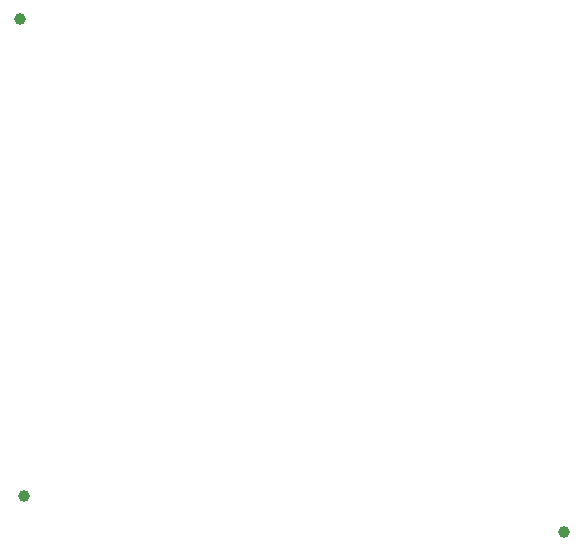
<source format=gbp>
G04*
G04 #@! TF.GenerationSoftware,Altium Limited,Altium Designer,21.6.4 (81)*
G04*
G04 Layer_Color=128*
%FSLAX25Y25*%
%MOIN*%
G70*
G04*
G04 #@! TF.SameCoordinates,D17FD3BD-2CFD-4191-9111-5C193D633D97*
G04*
G04*
G04 #@! TF.FilePolarity,Positive*
G04*
G01*
G75*
%ADD33C,0.03937*%
D33*
X240000Y245000D02*
D03*
X420000Y233000D02*
D03*
X238500Y404000D02*
D03*
M02*

</source>
